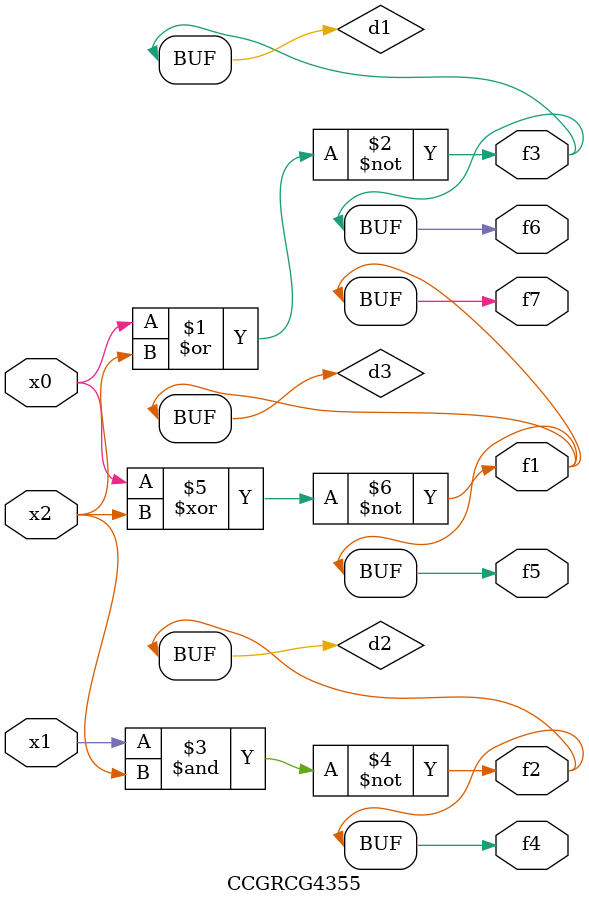
<source format=v>
module CCGRCG4355(
	input x0, x1, x2,
	output f1, f2, f3, f4, f5, f6, f7
);

	wire d1, d2, d3;

	nor (d1, x0, x2);
	nand (d2, x1, x2);
	xnor (d3, x0, x2);
	assign f1 = d3;
	assign f2 = d2;
	assign f3 = d1;
	assign f4 = d2;
	assign f5 = d3;
	assign f6 = d1;
	assign f7 = d3;
endmodule

</source>
